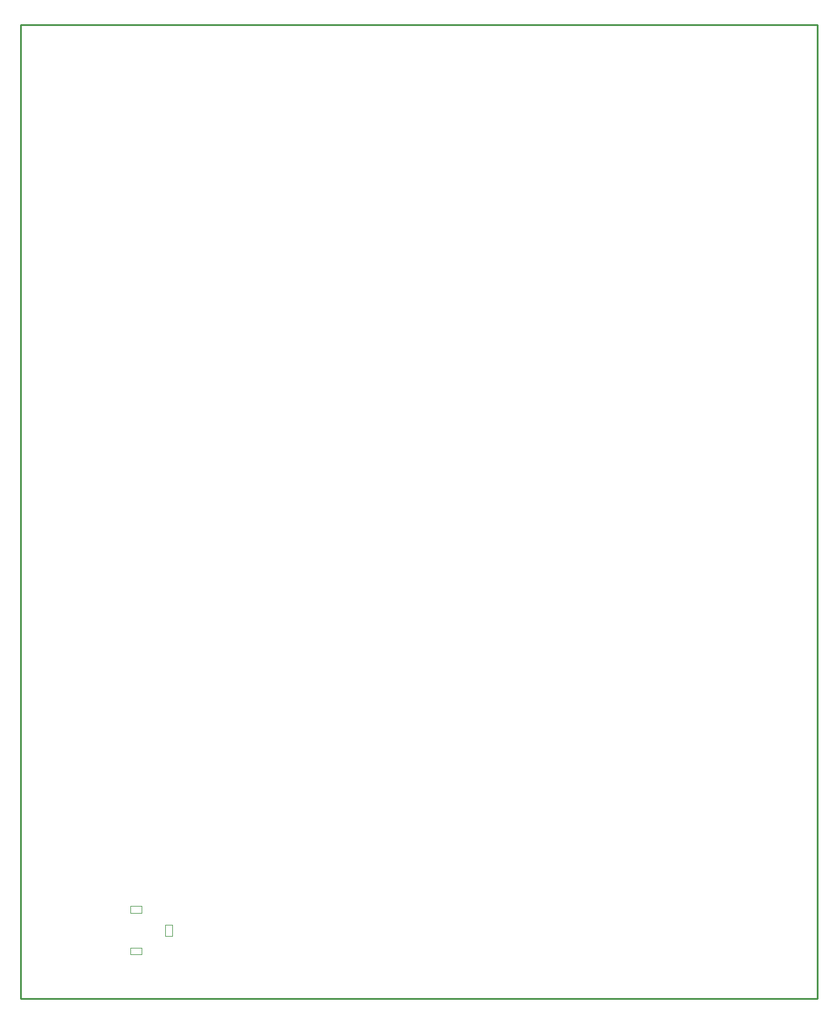
<source format=gm1>
G04 Layer_Color=16711935*
%FSLAX25Y25*%
%MOIN*%
G70*
G01*
G75*
%ADD10C,0.01000*%
%ADD13C,0.00000*%
D10*
X-25000Y-24900D02*
X425000D01*
Y525000D01*
X-25000D02*
X425000D01*
X-25000Y-24900D02*
Y525000D01*
Y-24900D02*
X425000D01*
Y525000D01*
X-25000D02*
X425000D01*
X-25000Y-24900D02*
Y525000D01*
D13*
X56535Y10630D02*
Y16929D01*
Y10630D02*
X60472D01*
Y16929D01*
X56535D02*
X60472D01*
X36850Y0D02*
X43150D01*
Y3937D01*
X36850D02*
X43150D01*
X36850Y0D02*
Y3937D01*
Y23622D02*
X43150D01*
Y27559D01*
X36850D02*
X43150D01*
X36850Y23622D02*
Y27559D01*
X56535Y10630D02*
Y16929D01*
Y10630D02*
X60472D01*
Y16929D01*
X56535D02*
X60472D01*
X36850Y0D02*
X43150D01*
Y3937D01*
X36850D02*
X43150D01*
X36850Y0D02*
Y3937D01*
Y23622D02*
X43150D01*
Y27559D01*
X36850D02*
X43150D01*
X36850Y23622D02*
Y27559D01*
M02*

</source>
